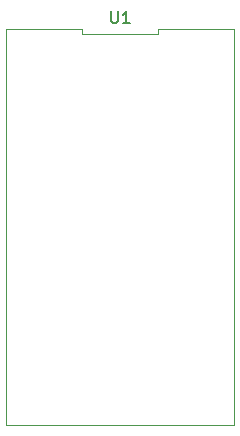
<source format=gbo>
G04 #@! TF.GenerationSoftware,KiCad,Pcbnew,8.0.3*
G04 #@! TF.CreationDate,2024-06-14T18:21:21-07:00*
G04 #@! TF.ProjectId,Keyboard,4b657962-6f61-4726-942e-6b696361645f,rev?*
G04 #@! TF.SameCoordinates,Original*
G04 #@! TF.FileFunction,Legend,Bot*
G04 #@! TF.FilePolarity,Positive*
%FSLAX46Y46*%
G04 Gerber Fmt 4.6, Leading zero omitted, Abs format (unit mm)*
G04 Created by KiCad (PCBNEW 8.0.3) date 2024-06-14 18:21:21*
%MOMM*%
%LPD*%
G01*
G04 APERTURE LIST*
%ADD10C,0.150000*%
%ADD11C,0.120000*%
%ADD12C,1.750000*%
%ADD13C,0.650000*%
%ADD14O,2.100000X1.000000*%
%ADD15O,1.800000X1.000000*%
%ADD16C,3.300000*%
%ADD17O,3.000000X2.000000*%
G04 APERTURE END LIST*
D10*
X77338095Y-194664819D02*
X77338095Y-195474342D01*
X77338095Y-195474342D02*
X77385714Y-195569580D01*
X77385714Y-195569580D02*
X77433333Y-195617200D01*
X77433333Y-195617200D02*
X77528571Y-195664819D01*
X77528571Y-195664819D02*
X77719047Y-195664819D01*
X77719047Y-195664819D02*
X77814285Y-195617200D01*
X77814285Y-195617200D02*
X77861904Y-195569580D01*
X77861904Y-195569580D02*
X77909523Y-195474342D01*
X77909523Y-195474342D02*
X77909523Y-194664819D01*
X78909523Y-195664819D02*
X78338095Y-195664819D01*
X78623809Y-195664819D02*
X78623809Y-194664819D01*
X78623809Y-194664819D02*
X78528571Y-194807676D01*
X78528571Y-194807676D02*
X78433333Y-194902914D01*
X78433333Y-194902914D02*
X78338095Y-194950533D01*
D11*
G04 #@! TO.C,U1*
X68480000Y-196210000D02*
X68480001Y-229690000D01*
X68480001Y-229690000D02*
X87720000Y-229690000D01*
X74893334Y-196210000D02*
X68480000Y-196210000D01*
X74893334Y-196570000D02*
X74893334Y-196210000D01*
X81306666Y-196210000D02*
X81306666Y-196570000D01*
X81306666Y-196570000D02*
X74893334Y-196570000D01*
X87719999Y-196210000D02*
X81306666Y-196210000D01*
X87720000Y-229690000D02*
X87719999Y-196210000D01*
G04 #@! TD*
%LPC*%
D12*
G04 #@! TO.C,H5*
X102893097Y-260084801D03*
X112706903Y-257455199D03*
G04 #@! TD*
G04 #@! TO.C,H7*
X124065000Y-255950000D03*
X134225000Y-255950000D03*
G04 #@! TD*
G04 #@! TO.C,H18*
X171690000Y-222850000D03*
X181850000Y-222850000D03*
G04 #@! TD*
G04 #@! TO.C,H19*
X133590000Y-196800000D03*
X143750000Y-196800000D03*
G04 #@! TD*
D13*
G04 #@! TO.C,J4*
X71760000Y-248060000D03*
X71760000Y-253840000D03*
D14*
X72260000Y-246630000D03*
D15*
X68080000Y-246630000D03*
D14*
X72260000Y-255270000D03*
D15*
X68080000Y-255270000D03*
G04 #@! TD*
D12*
G04 #@! TO.C,H17*
X133590000Y-215850000D03*
X143750000Y-215850000D03*
G04 #@! TD*
G04 #@! TO.C,H20*
X171690000Y-241900000D03*
X181850000Y-241900000D03*
G04 #@! TD*
G04 #@! TO.C,H15*
X152640000Y-217850000D03*
X162800000Y-217850000D03*
G04 #@! TD*
D16*
G04 #@! TO.C,*
X88250000Y-247720000D03*
G04 #@! TD*
D12*
G04 #@! TO.C,H11*
X152640000Y-198800000D03*
X162800000Y-198800000D03*
G04 #@! TD*
D16*
G04 #@! TO.C,*
X186510000Y-232200000D03*
G04 #@! TD*
D12*
G04 #@! TO.C,H10*
X190740000Y-203800000D03*
X200900000Y-203800000D03*
G04 #@! TD*
G04 #@! TO.C,H21*
X95490000Y-238900000D03*
X105650000Y-238900000D03*
G04 #@! TD*
G04 #@! TO.C,H16*
X171690000Y-203800000D03*
X181850000Y-203800000D03*
G04 #@! TD*
G04 #@! TO.C,H3*
X95490000Y-219850000D03*
X105650000Y-219850000D03*
G04 #@! TD*
D16*
G04 #@! TO.C,*
X186310000Y-213320000D03*
G04 #@! TD*
D12*
G04 #@! TO.C,H2*
X114540000Y-198800000D03*
X124700000Y-198800000D03*
G04 #@! TD*
G04 #@! TO.C,H14*
X133590000Y-234900000D03*
X143750000Y-234900000D03*
G04 #@! TD*
G04 #@! TO.C,H8*
X190740000Y-241900000D03*
X200900000Y-241900000D03*
G04 #@! TD*
D16*
G04 #@! TO.C,*
X139040000Y-249360000D03*
G04 #@! TD*
D12*
G04 #@! TO.C,H13*
X114540000Y-217850000D03*
X124700000Y-217850000D03*
G04 #@! TD*
G04 #@! TO.C,H4*
X95490000Y-200800000D03*
X105650000Y-200800000D03*
G04 #@! TD*
G04 #@! TO.C,H6*
X83560591Y-269540000D03*
X92359409Y-264460000D03*
G04 #@! TD*
D16*
G04 #@! TO.C,*
X100380000Y-210510000D03*
G04 #@! TD*
D12*
G04 #@! TO.C,H9*
X190740000Y-222850000D03*
X200900000Y-222850000D03*
G04 #@! TD*
G04 #@! TO.C,H12*
X114540000Y-236900000D03*
X124700000Y-236900000D03*
G04 #@! TD*
D16*
G04 #@! TO.C,*
X138770000Y-206540000D03*
G04 #@! TD*
D12*
G04 #@! TO.C,H1*
X152640000Y-236900000D03*
X162800000Y-236900000D03*
G04 #@! TD*
D17*
G04 #@! TO.C,U1*
X85720000Y-197710000D03*
X85720000Y-200250000D03*
X85720000Y-202790000D03*
X85720000Y-205330000D03*
X85720000Y-207870000D03*
X85720000Y-210410000D03*
X85720000Y-212950000D03*
X85720000Y-215490000D03*
X85720000Y-218030000D03*
X85720000Y-220570000D03*
X85720000Y-223110000D03*
X85720000Y-225650000D03*
X85720000Y-228190000D03*
X70480000Y-228190000D03*
X70480000Y-225650000D03*
X70480000Y-223110000D03*
X70480000Y-220570000D03*
X70480000Y-218030000D03*
X70480000Y-215490000D03*
X70480000Y-212950000D03*
X70480000Y-210410000D03*
X70480000Y-207870000D03*
X70480000Y-205330000D03*
X70480000Y-202790000D03*
X70480000Y-200250000D03*
X70480000Y-197710000D03*
G04 #@! TD*
%LPD*%
M02*

</source>
